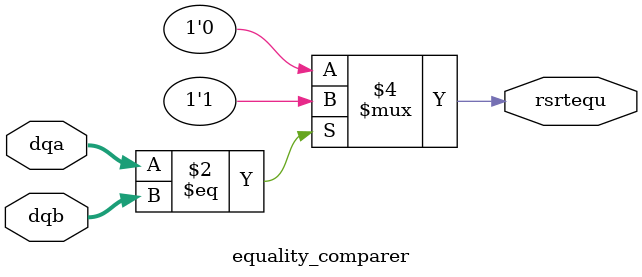
<source format=v>
`timescale 1ns / 1ps

module equality_comparer(
    input wire [31:0] dqa,
    input wire [31:0] dqb,
    output reg rsrtequ
);
    always @(*)
        begin
            if(dqa == dqb) begin rsrtequ = 1; end
            else begin rsrtequ = 0; end
        end
endmodule


</source>
